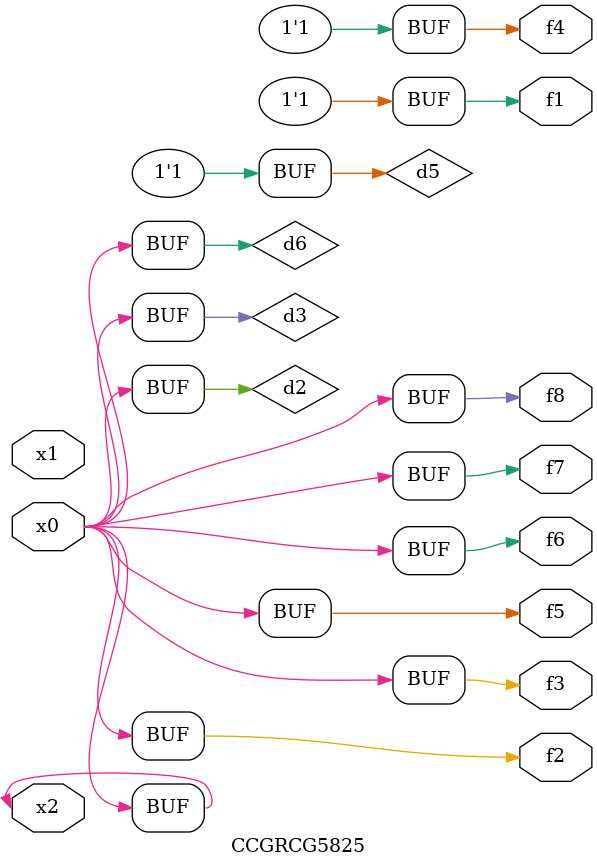
<source format=v>
module CCGRCG5825(
	input x0, x1, x2,
	output f1, f2, f3, f4, f5, f6, f7, f8
);

	wire d1, d2, d3, d4, d5, d6;

	xnor (d1, x2);
	buf (d2, x0, x2);
	and (d3, x0);
	xnor (d4, x1, x2);
	nand (d5, d1, d3);
	buf (d6, d2, d3);
	assign f1 = d5;
	assign f2 = d6;
	assign f3 = d6;
	assign f4 = d5;
	assign f5 = d6;
	assign f6 = d6;
	assign f7 = d6;
	assign f8 = d6;
endmodule

</source>
